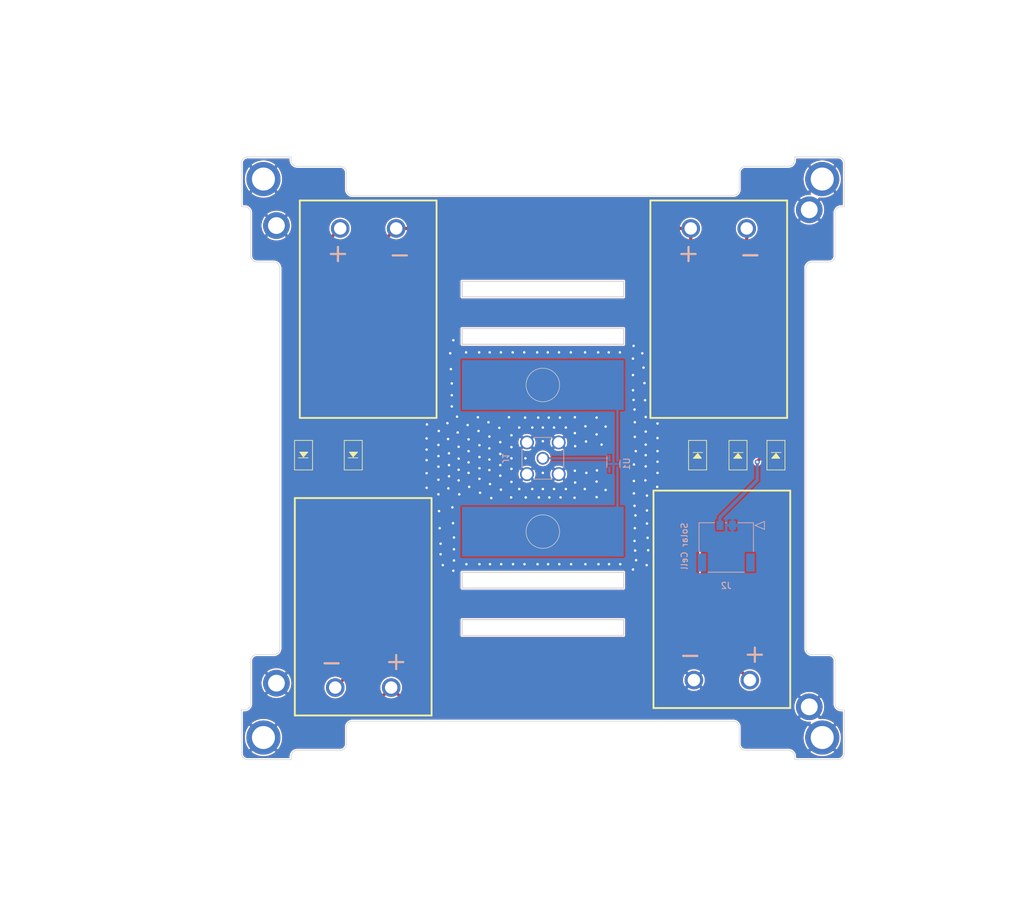
<source format=kicad_pcb>
(kicad_pcb (version 20211014) (generator pcbnew)
  (layers (0 "F.Cu" signal) (31 "B.Cu" signal) (34 "B.Paste" user) (35 "F.Paste" user) (36 "B.SilkS" user "B.Silkscreen") (37 "F.SilkS" user "F.Silkscreen") (38 "B.Mask" user) (39 "F.Mask" user) (44 "Edge.Cuts" user))
  (net 0 "")
  (net 2 "Net-(AE1-Pad1)")
  (net 3 "GND")
  (net 4 "Net-(AE1-Pad2)")
  (net 5 "Net-(J1-Pad1)")
  (net 6 "Net-(D1-Pad1)")
  (net 7 "Net-(D1-Pad2)")
  (net 8 "Net-(D2-Pad2)")
  (net 9 "Net-(D3-Pad2)")
  (net 10 "VSOLAR")
  (footprint "ISP:MountingHole_3.7mm_Pad_Modified" (layer "F.Cu") (at 163.45 143.45)
    (fp_text reference "H4")
    (fp_text value "MountingHole_Pad")
    (pad "1" thru_hole circle (at 0 0) (size 5.5 5.5) (drill 3.7) (layers *.Cu *.Mask) (net 3 "GND"))
  )
  (footprint "ISP:SM101K07TF" (layer "F.Cu") (at 89.1 122.4 -90)
    (fp_text reference "SC1")
    (fp_text value "SM101K07TF")
    (fp_text user "+" (at 8.89 -5.58 90) (layer "F.SilkS") (effects (font (size 3 3) (thickness 0.3))))
    (fp_text user "-" (at 8.89 4.58) (layer "F.SilkS") (effects (font (size 3 3) (thickness 0.3))))
    (fp_line (start -17.5 10.5) (end -17.5 -11.5) (layer "F.SilkS") (width 0.3))
    (fp_line (start 17.5 10.5) (end -17.5 10.5) (layer "F.SilkS") (width 0.3))
    (fp_line (start -17.5 -11.5) (end 17.5 -11.5) (layer "F.SilkS") (width 0.3))
    (fp_line (start 17.5 -11.5) (end 17.5 10.5) (layer "F.SilkS") (width 0.3))
    (pad "1" thru_hole circle (at 13 -5 270) (size 3 3) (drill 2) (layers *.Mask "F.Cu" "In1.Cu" "B.Cu") (net 6 "Net-(D1-Pad1)"))
    (pad "2" thru_hole circle (at 13 4 270) (size 3 3) (drill 2) (layers *.Mask "F.Cu" "In1.Cu" "B.Cu") (net 7 "Net-(D1-Pad2)"))
  )
  (footprint "ISP:SM101K07TF" (layer "F.Cu") (at 90.9 74.5 90)
    (fp_text reference "SC2")
    (fp_text value "SM101K07TF")
    (fp_text user "-" (at 8.89 4.58) (layer "F.SilkS") (effects (font (size 3 3) (thickness 0.3))))
    (fp_text user "+" (at 8.89 -5.58 90) (layer "F.SilkS") (effects (font (size 3 3) (thickness 0.3))))
    (fp_line (start 17.5 -11.5) (end 17.5 10.5) (layer "F.SilkS") (width 0.3))
    (fp_line (start -17.5 10.5) (end -17.5 -11.5) (layer "F.SilkS") (width 0.3))
    (fp_line (start -17.5 -11.5) (end 17.5 -11.5) (layer "F.SilkS") (width 0.3))
    (fp_line (start 17.5 10.5) (end -17.5 10.5) (layer "F.SilkS") (width 0.3))
    (pad "1" thru_hole circle (at 13 -5 90) (size 3 3) (drill 2) (layers *.Mask "F.Cu" "In1.Cu" "B.Cu") (net 7 "Net-(D1-Pad2)"))
    (pad "2" thru_hole circle (at 13 4 90) (size 3 3) (drill 2) (layers *.Mask "F.Cu" "In1.Cu" "B.Cu") (net 8 "Net-(D2-Pad2)"))
  )
  (footprint "ISP:SM101K07TF" (layer "F.Cu") (at 146.8 121.2 -90)
    (fp_text reference "SC4")
    (fp_text value "SM101K07TF")
    (fp_text user "+" (at 8.89 -5.58 -270) (layer "B.SilkS") (effects (font (size 3 3) (thickness 0.3)) (justify mirror)))
    (fp_text user "-" (at 8.89 4.58) (layer "F.SilkS") (effects (font (size 3 3) (thickness 0.3))))
    (fp_line (start 17.5 -11.5) (end 17.5 10.5) (layer "F.SilkS") (width 0.3))
    (fp_line (start -17.5 10.5) (end -17.5 -11.5) (layer "F.SilkS") (width 0.3))
    (fp_line (start 17.5 10.5) (end -17.5 10.5) (layer "F.SilkS") (width 0.3))
    (fp_line (start -17.5 -11.5) (end 17.5 -11.5) (layer "F.SilkS") (width 0.3))
    (pad "1" thru_hole circle (at 13 -5 270) (size 3 3) (drill 2) (layers *.Mask "F.Cu" "In1.Cu" "B.Cu") (net 9 "Net-(D3-Pad2)"))
    (pad "2" thru_hole circle (at 13 4 270) (size 3 3) (drill 2) (layers *.Mask "F.Cu" "In1.Cu" "B.Cu") (net 3 "GND"))
  )
  (footprint "ISP:DO-214AC" (layer "F.Cu") (at 156 98 -90)
    (fp_text reference "D5")
    (fp_text value "CDBA240LL-HF")
    (fp_line (start 2.375 1.45) (end 2.375 -1.45) (layer "F.SilkS") (width 0.12))
    (fp_line (start -2.375 1.45) (end 2.375 1.45) (layer "F.SilkS") (width 0.12))
    (fp_line (start -2.375 -1.45) (end 2.375 -1.45) (layer "F.SilkS") (width 0.12))
    (fp_line (start -0.4318 -0.8128) (end -0.4318 0.7366) (layer "F.SilkS") (width 0.12))
    (fp_line (start -2.375 1.45) (end -2.375 -1.45) (layer "F.SilkS") (width 0.12))
    (fp_poly (pts (xy 0.508 0.7112) (xy -0.3048 -0.0254) (xy 0.508 -0.635)) (layer "F.SilkS") (width 0.1) (fill solid))
    (pad "1" smd rect (at -2 0 270) (size 2.5 1.7) (layers "F.Cu" "F.Paste" "F.Mask") (net 10 "VSOLAR"))
    (pad "2" smd rect (at 2 0 270) (size 2.5 1.7) (layers "F.Cu" "F.Paste" "F.Mask") (net 6 "Net-(D1-Pad1)"))
  )
  (footprint "ISP:DO-214AC" (layer "F.Cu") (at 149.9 98 -90)
    (fp_text reference "D4")
    (fp_text value "CDBA240LL-HF")
    (fp_line (start -0.4318 -0.8128) (end -0.4318 0.7366) (layer "F.SilkS") (width 0.12))
    (fp_line (start -2.375 1.45) (end -2.375 -1.45) (layer "F.SilkS") (width 0.12))
    (fp_line (start 2.375 1.45) (end 2.375 -1.45) (layer "F.SilkS") (width 0.12))
    (fp_line (start -2.375 1.45) (end 2.375 1.45) (layer "F.SilkS") (width 0.12))
    (fp_line (start -2.375 -1.45) (end 2.375 -1.45) (layer "F.SilkS") (width 0.12))
    (fp_poly (pts (xy 0.508 0.7112) (xy -0.3048 -0.0254) (xy 0.508 -0.635)) (layer "F.SilkS") (width 0.1) (fill solid))
    (pad "1" smd rect (at -2 0 270) (size 2.5 1.7) (layers "F.Cu" "F.Paste" "F.Mask") (net 9 "Net-(D3-Pad2)"))
    (pad "2" smd rect (at 2 0 270) (size 2.5 1.7) (layers "F.Cu" "F.Paste" "F.Mask") (net 3 "GND"))
  )
  (footprint "MountingHole:MountingHole_2.7mm_M2.5_DIN965_Pad" (layer "F.Cu") (at 161.364 58.495)
    (fp_text reference "H6")
    (fp_text value "MountingHole_Pad")
    (pad "1" thru_hole circle (at 0 0) (size 4.3 4.3) (drill 2.7) (layers *.Cu *.Mask) (net 3 "GND"))
  )
  (footprint "ISP:DO-214AC" (layer "F.Cu") (at 143.4 98 -90)
    (fp_text reference "D3")
    (fp_text value "CDBA240LL-HF")
    (fp_line (start -2.375 1.45) (end 2.375 1.45) (layer "F.SilkS") (width 0.12))
    (fp_line (start -2.375 1.45) (end -2.375 -1.45) (layer "F.SilkS") (width 0.12))
    (fp_line (start -0.4318 -0.8128) (end -0.4318 0.7366) (layer "F.SilkS") (width 0.12))
    (fp_line (start -2.375 -1.45) (end 2.375 -1.45) (layer "F.SilkS") (width 0.12))
    (fp_line (start 2.375 1.45) (end 2.375 -1.45) (layer "F.SilkS") (width 0.12))
    (fp_poly (pts (xy 0.508 0.7112) (xy -0.3048 -0.0254) (xy 0.508 -0.635)) (layer "F.SilkS") (width 0.1) (fill solid))
    (pad "1" smd rect (at -2 0 270) (size 2.5 1.7) (layers "F.Cu" "F.Paste" "F.Mask") (net 8 "Net-(D2-Pad2)"))
    (pad "2" smd rect (at 2 0 270) (size 2.5 1.7) (layers "F.Cu" "F.Paste" "F.Mask") (net 9 "Net-(D3-Pad2)"))
  )
  (footprint "ISP:DO-214AC" (layer "F.Cu") (at 88 98 90)
    (fp_text reference "D2")
    (fp_text value "CDBA240LL-HF")
    (fp_line (start -2.375 1.45) (end 2.375 1.45) (layer "F.SilkS") (width 0.12))
    (fp_line (start -0.4318 -0.8128) (end -0.4318 0.7366) (layer "F.SilkS") (width 0.12))
    (fp_line (start -2.375 1.45) (end -2.375 -1.45) (layer "F.SilkS") (width 0.12))
    (fp_line (start 2.375 1.45) (end 2.375 -1.45) (layer "F.SilkS") (width 0.12))
    (fp_line (start -2.375 -1.45) (end 2.375 -1.45) (layer "F.SilkS") (width 0.12))
    (fp_poly (pts (xy 0.508 0.7112) (xy -0.3048 -0.0254) (xy 0.508 -0.635)) (layer "F.SilkS") (width 0.1) (fill solid))
    (pad "1" smd rect (at -2 0 90) (size 2.5 1.7) (layers "F.Cu" "F.Paste" "F.Mask") (net 7 "Net-(D1-Pad2)"))
    (pad "2" smd rect (at 2 0 90) (size 2.5 1.7) (layers "F.Cu" "F.Paste" "F.Mask") (net 8 "Net-(D2-Pad2)"))
  )
  (footprint "ISP:MountingHole_3.7mm_Pad_Modified" (layer "F.Cu") (at 73.55 53.55)
    (fp_text reference "H1")
    (fp_text value "MountingHole_Pad")
    (pad "1" thru_hole circle (at 0 0) (size 5.5 5.5) (drill 3.7) (layers *.Cu *.Mask) (net 3 "GND"))
  )
  (footprint "MountingHole:MountingHole_2.7mm_M2.5_DIN965_Pad" (layer "F.Cu") (at 161.364 138.505)
    (fp_text reference "H8")
    (fp_text value "MountingHole_Pad")
    (pad "1" thru_hole circle (at 0 0) (size 4.3 4.3) (drill 2.7) (layers *.Cu *.Mask) (net 3 "GND"))
  )
  (footprint "MountingHole:MountingHole_2.7mm_M2.5_DIN965_Pad" (layer "F.Cu") (at 75.639 134.695)
    (fp_text reference "H7")
    (fp_text value "MountingHole_Pad")
    (pad "1" thru_hole circle (at 0 0) (size 4.3 4.3) (drill 2.7) (layers *.Cu *.Mask) (net 3 "GND"))
  )
  (footprint "MountingHole:MountingHole_2.7mm_M2.5_DIN965_Pad" (layer "F.Cu") (at 75.639 61.035)
    (fp_text reference "H5")
    (fp_text value "MountingHole_Pad")
    (pad "1" thru_hole circle (at 0 0) (size 4.3 4.3) (drill 2.7) (layers *.Cu *.Mask) (net 3 "GND"))
  )
  (footprint "ISP:MountingHole_3.7mm_Pad_Modified" (layer "F.Cu") (at 73.55 143.45)
    (fp_text reference "H3")
    (fp_text value "MountingHole_Pad")
    (pad "1" thru_hole circle (at 0 0) (size 5.5 5.5) (drill 3.7) (layers *.Cu *.Mask) (net 3 "GND"))
  )
  (footprint "ISP:DO-214AC" (layer "F.Cu") (at 80 98 90)
    (fp_text reference "D1")
    (fp_text value "CDBA240LL-HF")
    (fp_line (start -2.375 1.45) (end -2.375 -1.45) (layer "F.SilkS") (width 0.12))
    (fp_line (start -2.375 1.45) (end 2.375 1.45) (layer "F.SilkS") (width 0.12))
    (fp_line (start 2.375 1.45) (end 2.375 -1.45) (layer "F.SilkS") (width 0.12))
    (fp_line (start -2.375 -1.45) (end 2.375 -1.45) (layer "F.SilkS") (width 0.12))
    (fp_line (start -0.4318 -0.8128) (end -0.4318 0.7366) (layer "F.SilkS") (width 0.12))
    (fp_poly (pts (xy 0.508 0.7112) (xy -0.3048 -0.0254) (xy 0.508 -0.635)) (layer "F.SilkS") (width 0.1) (fill solid))
    (pad "1" smd rect (at -2 0 90) (size 2.5 1.7) (layers "F.Cu" "F.Paste" "F.Mask") (net 6 "Net-(D1-Pad1)"))
    (pad "2" smd rect (at 2 0 90) (size 2.5 1.7) (layers "F.Cu" "F.Paste" "F.Mask") (net 7 "Net-(D1-Pad2)"))
  )
  (footprint "ISP:MountingHole_3.7mm_Pad_Modified" (layer "F.Cu") (at 163.45 53.55)
    (fp_text reference "H2")
    (fp_text value "MountingHole_Pad")
    (pad "1" thru_hole circle (at 0 0) (size 5.5 5.5) (drill 3.7) (layers *.Cu *.Mask) (net 3 "GND"))
  )
  (footprint "ISP:SM101K07TF" (layer "F.Cu") (at 147.3 74.5 90)
    (fp_text reference "SC3")
    (fp_text value "SM101K07TF")
    (fp_text user "+" (at 8.89 -5.58 90) (layer "F.SilkS") (effects (font (size 3 3) (thickness 0.3))))
    (fp_text user "-" (at 8.89 4.58) (layer "F.SilkS") (effects (font (size 3 3) (thickness 0.3))))
    (fp_line (start -17.5 10.5) (end -17.5 -11.5) (layer "F.SilkS") (width 0.3))
    (fp_line (start -17.5 -11.5) (end 17.5 -11.5) (layer "F.SilkS") (width 0.3))
    (fp_line (start 17.5 10.5) (end -17.5 10.5) (layer "F.SilkS") (width 0.3))
    (fp_line (start 17.5 -11.5) (end 17.5 10.5) (layer "F.SilkS") (width 0.3))
    (pad "1" thru_hole circle (at 13 -5 90) (size 3 3) (drill 2) (layers *.Mask "F.Cu" "In1.Cu" "B.Cu") (net 8 "Net-(D2-Pad2)"))
    (pad "2" thru_hole circle (at 13 4 90) (size 3 3) (drill 2) (layers *.Mask "F.Cu" "In1.Cu" "B.Cu") (net 9 "Net-(D3-Pad2)"))
  )
  (footprint "ISP:SMA_Connector" (layer "B.Cu") (at 118.5 98.5 90)
    (fp_text reference "J1" (at 0 -6 270 unlocked) (layer "B.SilkS") (effects (justify mirror)))
    (fp_text value "SMA Connector Male")
    (fp_line (start 3.355 1.45) (end 3.355 -1.45) (layer "B.SilkS") (width 0.12))
    (fp_line (start -1.45 3.355) (end 1.45 3.355) (layer "B.SilkS") (width 0.12))
    (fp_line (start -3.355 1.45) (end -3.355 -1.45) (layer "B.SilkS") (width 0.12))
    (fp_line (start -1.45 -3.355) (end 1.45 -3.355) (layer "B.SilkS") (width 0.12))
    (pad "1" thru_hole circle (at 0 0 90) (size 2.05 2.05) (drill 1.5) (layers *.Mask "F.Cu" "In1.Cu" "B.Cu") (net 5 "Net-(J1-Pad1)"))
    (pad "2" thru_hole circle (at 2.55 -2.55 90) (size 2.25 2.25) (drill 1.7) (layers *.Cu *.Mask) (net 3 "GND"))
    (pad "2" thru_hole circle (at -2.55 2.55 90) (size 2.25 2.25) (drill 1.7) (layers *.Cu *.Mask) (net 3 "GND"))
    (pad "2" thru_hole circle (at -2.55 -2.55 90) (size 2.25 2.25) (drill 1.7) (layers *.Cu *.Mask) (net 3 "GND"))
    (pad "2" thru_hole circle (at 2.55 2.55 90) (size 2.25 2.25) (drill 1.7) (layers *.Cu *.Mask) (net 3 "GND"))
  )
  (footprint "ISP:Antenna_Pads" (layer "B.Cu") (at 118.5 98.5 -90)
    (fp_text reference "AE1")
    (fp_text value "Dipole_Antenna")
    (fp_line (start 18.35 -13) (end 20.89 -13) (layer "B.SilkS") (width 0.12))
    (fp_line (start 25.97 13) (end 25.97 -13) (layer "B.SilkS") (width 0.12))
    (fp_line (start -20.89 13) (end -20.89 -13) (layer "B.SilkS") (width 0.12))
    (fp_line (start 20.89 13) (end 20.89 -13) (layer "B.SilkS") (width 0.12))
    (fp_line (start 18.35 13) (end 18.35 -13) (layer "B.SilkS") (width 0.12))
    (fp_line (start -20.89 -13) (end -18.35 -13) (layer "B.SilkS") (width 0.12))
    (fp_line (start -18.35 13) (end -18.35 -13) (layer "B.SilkS") (width 0.12))
    (fp_line (start 25.97 -13) (end 28.51 -13) (layer "B.SilkS") (width 0.12))
    (fp_line (start 28.51 13) (end 28.51 -13) (layer "B.SilkS") (width 0.12))
    (fp_line (start -28.51 -13) (end -25.97 -13) (layer "B.SilkS") (width 0.12))
    (fp_line (start -25.97 13) (end -28.51 13) (layer "B.SilkS") (width 0.12))
    (fp_line (start -18.35 13) (end -20.89 13) (layer "B.SilkS") (width 0.12))
    (fp_line (start -28.51 13) (end -28.51 -13) (layer "B.SilkS") (width 0.12))
    (fp_line (start 20.89 13) (end 18.35 13) (layer "B.SilkS") (width 0.12))
    (fp_line (start -25.97 13) (end -25.97 -13) (layer "B.SilkS") (width 0.12))
    (fp_line (start 28.51 13) (end 26.01 13) (layer "B.SilkS") (width 0.12))
    (pad "1" smd rect (at -11.8 0 270) (size 8 26) (layers "B.Cu" "B.Paste" "B.Mask") (net 2 "Net-(AE1-Pad1)"))
    (pad "1" smd rect (at -11.8 -12 270) (size 8 2) (layers "B.Cu" "B.Paste" "B.Mask") (net 2 "Net-(AE1-Pad1)"))
    (pad "2" smd rect (at 11.8 0 270) (size 8 26) (layers "B.Cu" "B.Paste" "B.Mask") (net 4 "Net-(AE1-Pad2)"))
    (pad "2" smd rect (at 11.8 -12 270) (size 8 2) (layers "B.Cu" "B.Paste" "B.Mask") (net 4 "Net-(AE1-Pad2)"))
  )
  (footprint "ISP:pico_lock_2mm_2circuit" (layer "B.Cu") (at 149 109.3)
    (fp_text reference "J2" (at -0.999998 9.7) (layer "B.SilkS") (effects (justify mirror)))
    (fp_text value "Solar Cell" (at -7.728499 3.35 90) (layer "B.SilkS") (effects (justify mirror)))
    (fp_line (start -1.129961 -0.425) (end -0.87004 -0.425) (layer "B.SilkS") (width 0.12))
    (fp_line (start 3.374992 -0.425) (end 3.374992 4.20496) (layer "B.SilkS") (width 0.12))
    (fp_line (start 3.628992 0) (end 5.152992 0.635) (layer "B.SilkS") (width 0.12))
    (fp_line (start 1.915982 7.525) (end -3.915981 7.525) (layer "B.SilkS") (width 0.12))
    (fp_line (start -5.374991 -0.425) (end -2.870041 -0.425) (layer "B.SilkS") (width 0.12))
    (fp_line (start -5.374991 4.20496) (end -5.374991 -0.425) (layer "B.SilkS") (width 0.12))
    (fp_line (start 5.152992 -0.635) (end 3.628992 0) (layer "B.SilkS") (width 0.12))
    (fp_line (start 5.152992 0.635) (end 5.152992 -0.635) (layer "B.SilkS") (width 0.12))
    (fp_line (start 0.87004 -0.425) (end 3.374992 -0.425) (layer "B.SilkS") (width 0.12))
    (pad "1" smd rect (at 0 0) (size 1.1 1.45) (layers "B.Cu" "B.Paste" "B.Mask") (net 3 "GND"))
    (pad "2" smd rect (at -2.000001 0) (size 1.1 1.45) (layers "B.Cu" "B.Paste" "B.Mask") (net 10 "VSOLAR"))
    (pad "3" smd rect (at 2.894998 5.974999) (size 1.35 2.899999) (layers "B.Cu" "B.Paste" "B.Mask"))
    (pad "4" smd rect (at -4.894997 5.974999) (size 1.35 2.899999) (layers "B.Cu" "B.Paste" "B.Mask"))
  )
  (footprint "RF_Converter:Balun_Johanson_5400BL15B050E" (layer "B.Cu") (at 129.85 99.4 -90)
    (fp_text reference "U1" (at 0 -2.15 90) (layer "B.SilkS") (effects (justify mirror)))
    (fp_text value "HHM1589D1")
    (fp_line (start -1.3 1.05) (end 0.6 1.05) (layer "B.SilkS") (width 0.12))
    (fp_line (start -0.6 -1.05) (end 0.6 -1.05) (layer "B.SilkS") (width 0.12))
    (pad "1" smd rect (at -0.9 0.65 270) (size 1 0.35) (layers "B.Cu" "B.Paste" "B.Mask") (net 5 "Net-(J1-Pad1)") (clearance 0.2))
    (pad "2" smd rect (at -0.9 0 270) (size 1 0.35) (layers "B.Cu" "B.Paste" "B.Mask") (net 3 "GND"))
    (pad "3" smd rect (at -0.9 -0.65 270) (size 1 0.35) (layers "B.Cu" "B.Paste" "B.Mask") (net 2 "Net-(AE1-Pad1)") (clearance 0.2))
    (pad "4" smd rect (at 0.9 -0.65 270) (size 1 0.35) (layers "B.Cu" "B.Paste" "B.Mask") (net 4 "Net-(AE1-Pad2)") (clearance 0.2))
    (pad "5" smd rect (at 0.9 0 270) (size 1 0.35) (layers "B.Cu" "B.Paste" "B.Mask") (net 3 "GND"))
    (pad "6" smd rect (at 0.9 0.65 270) (size 1 0.35) (layers "B.Cu" "B.Paste" "B.Mask") (clearance 0.2))
  )
  (gr_arc (start 76.2 129.1) (mid 75.907107 129.807107) (end 75.2 130.1) (layer "Edge.Cuts") (width 0.1))
  (gr_arc (start 71.5 131.1) (mid 71.792893 130.392893) (end 72.5 130.1) (layer "Edge.Cuts") (width 0.1))
  (gr_arc (start 160.8 67.9) (mid 161.092893 67.192893) (end 161.8 66.9) (layer "Edge.Cuts") (width 0.1))
  (gr_line (start 167 58) (end 167 51) (layer "Edge.Cuts") (width 0.1))
  (gr_line (start 167 58) (end 166.5 58) (layer "Edge.Cuts") (width 0.1))
  (gr_arc (start 87.9 56.2) (mid 87.192893 55.907107) (end 86.9 55.2) (layer "Edge.Cuts") (width 0.1))
  (gr_line (start 159 50) (end 166 50) (layer "Edge.Cuts") (width 0.1))
  (gr_arc (start 166.5 139) (mid 165.792893 138.707107) (end 165.5 138) (layer "Edge.Cuts") (width 0.1))
  (gr_arc (start 71 147) (mid 70.292893 146.707107) (end 70 146) (layer "Edge.Cuts") (width 0.1))
  (gr_line (start 149.1 140.8) (end 87.9 140.8) (layer "Edge.Cuts") (width 0.1))
  (gr_arc (start 167 146) (mid 166.707107 146.707107) (end 166 147) (layer "Edge.Cuts") (width 0.1))
  (gr_arc (start 78 146.5) (mid 78.292893 145.792893) (end 79 145.5) (layer "Edge.Cuts") (width 0.1))
  (gr_arc (start 158 145.5) (mid 158.707107 145.792893) (end 159 146.5) (layer "Edge.Cuts") (width 0.1))
  (gr_line (start 70 139) (end 70 146) (layer "Edge.Cuts") (width 0.1))
  (gr_arc (start 164.5 130.1) (mid 165.207107 130.392893) (end 165.5 131.1) (layer "Edge.Cuts") (width 0.1))
  (gr_line (start 70.5 58) (end 70 58) (layer "Edge.Cuts") (width 0.1))
  (gr_line (start 150.1 141.8) (end 150.1 144.5) (layer "Edge.Cuts") (width 0.1))
  (gr_line (start 87.9 56.2) (end 149.1 56.2) (layer "Edge.Cuts") (width 0.1))
  (gr_arc (start 72.5 66.9) (mid 71.792893 66.607107) (end 71.5 65.9) (layer "Edge.Cuts") (width 0.1))
  (gr_line (start 78 147) (end 71 147) (layer "Edge.Cuts") (width 0.1))
  (gr_line (start 166 147) (end 159 147) (layer "Edge.Cuts") (width 0.1))
  (gr_line (start 166.5 139) (end 167 139) (layer "Edge.Cuts") (width 0.1))
  (gr_arc (start 159 50.5) (mid 158.707107 51.207107) (end 158 51.5) (layer "Edge.Cuts") (width 0.1))
  (gr_line (start 160.8 67.9) (end 160.8 129.1) (layer "Edge.Cuts") (width 0.1))
  (gr_line (start 85.9 145.5) (end 79 145.5) (layer "Edge.Cuts") (width 0.1))
  (gr_rect (start 105.499978 124.471193) (end 131.500022 127.010701) (layer "Edge.Cuts") (width 0.1) (fill none))
  (gr_line (start 75.2 130.1) (end 72.5 130.1) (layer "Edge.Cuts") (width 0.1))
  (gr_line (start 165.5 59) (end 165.5 65.9) (layer "Edge.Cuts") (width 0.1))
  (gr_line (start 150.1 55.2) (end 150.1 52.5) (layer "Edge.Cuts") (width 0.1))
  (gr_circle (center 118.5 86.7) (end 121.2 86.7) (layer "Edge.Cuts") (width 0.1) (fill none))
  (gr_arc (start 150.1 55.2) (mid 149.807107 55.907107) (end 149.1 56.2) (layer "Edge.Cuts") (width 0.1))
  (gr_line (start 86.9 141.8) (end 86.9 144.5) (layer "Edge.Cuts") (width 0.1))
  (gr_rect (start 105.5 69.989778) (end 131.499999 72.527384) (layer "Edge.Cuts") (width 0.1) (fill none))
  (gr_line (start 158 145.5) (end 151.1 145.5) (layer "Edge.Cuts") (width 0.1))
  (gr_arc (start 86.9 141.8) (mid 87.192893 141.092893) (end 87.9 140.8) (layer "Edge.Cuts") (width 0.1))
  (gr_rect (start 105.499582 116.850365) (end 131.499626 119.389873) (layer "Edge.Cuts") (width 0.1) (fill none))
  (gr_line (start 75.2 66.9) (end 72.5 66.9) (layer "Edge.Cuts") (width 0.1))
  (gr_rect (start 105.5 80.15) (end 131.50113 77.611303) (layer "Edge.Cuts") (width 0.1) (fill none))
  (gr_arc (start 79 51.5) (mid 78.292893 51.207107) (end 78 50.5) (layer "Edge.Cuts") (width 0.1))
  (gr_line (start 161.8 130.1) (end 164.5 130.1) (layer "Edge.Cuts") (width 0.1))
  (gr_arc (start 166 50) (mid 166.707107 50.292893) (end 167 51) (layer "Edge.Cuts") (width 0.1))
  (gr_line (start 79 51.5) (end 85.9 51.5) (layer "Edge.Cuts") (width 0.1))
  (gr_line (start 71.5 131.1) (end 71.5 138) (layer "Edge.Cuts") (width 0.1))
  (gr_line (start 161.8 66.9) (end 164.5 66.9) (layer "Edge.Cuts") (width 0.1))
  (gr_line (start 159 50) (end 159 50.5) (layer "Edge.Cuts") (width 0.1))
  (gr_arc (start 86.9 144.5) (mid 86.607107 145.207107) (end 85.9 145.5) (layer "Edge.Cuts") (width 0.1))
  (gr_line (start 78 50.5) (end 78 50) (layer "Edge.Cuts") (width 0.1))
  (gr_circle (center 118.5 110.3) (end 121.2 110.3) (layer "Edge.Cuts") (width 0.1) (fill none))
  (gr_line (start 70 139) (end 70.5 139) (layer "Edge.Cuts") (width 0.1))
  (gr_arc (start 70.5 58) (mid 71.207107 58.292893) (end 71.5 59) (layer "Edge.Cuts") (width 0.1))
  (gr_arc (start 161.8 130.1) (mid 161.092893 129.807107) (end 160.8 129.1) (layer "Edge.Cuts") (width 0.1))
  (gr_arc (start 165.5 59) (mid 165.792893 58.292893) (end 166.5 58) (layer "Edge.Cuts") (width 0.1))
  (gr_line (start 76.2 129.1) (end 76.2 67.9) (layer "Edge.Cuts") (width 0.1))
  (gr_line (start 86.9 55.2) (end 86.9 52.5) (layer "Edge.Cuts") (width 0.1))
  (gr_line (start 70 51) (end 70 58) (layer "Edge.Cuts") (width 0.1))
  (gr_line (start 158 51.5) (end 151.1 51.5) (layer "Edge.Cuts") (width 0.1))
  (gr_line (start 71.5 59) (end 71.5 65.9) (layer "Edge.Cuts") (width 0.1))
  (gr_arc (start 85.9 51.5) (mid 86.607107 51.792893) (end 86.9 52.5) (layer "Edge.Cuts") (width 0.1))
  (gr_arc (start 165.5 65.9) (mid 165.207107 66.607107) (end 164.5 66.9) (layer "Edge.Cuts") (width 0.1))
  (gr_arc (start 149.1 140.8) (mid 149.807107 141.092893) (end 150.1 141.8) (layer "Edge.Cuts") (width 0.1))
  (gr_line (start 159 146.5) (end 159 147) (layer "Edge.Cuts") (width 0.1))
  (gr_arc (start 71.5 138) (mid 71.207107 138.707107) (end 70.5 139) (layer "Edge.Cuts") (width 0.1))
  (gr_arc (start 151.1 145.5) (mid 150.392893 145.207107) (end 150.1 144.5) (layer "Edge.Cuts") (width 0.1))
  (gr_arc (start 150.1 52.5) (mid 150.392893 51.792893) (end 151.1 51.5) (layer "Edge.Cuts") (width 0.1))
  (gr_line (start 165.5 131.1) (end 165.5 138) (layer "Edge.Cuts") (width 0.1))
  (gr_arc (start 70 51) (mid 70.292893 50.292893) (end 71 50) (layer "Edge.Cuts") (width 0.1))
  (gr_line (start 78 50) (end 71 50) (layer "Edge.Cuts") (width 0.1))
  (gr_line (start 167 139) (end 167 146) (layer "Edge.Cuts") (width 0.1))
  (gr_arc (start 75.2 66.9) (mid 75.907107 67.192893) (end 76.2 67.9) (layer "Edge.Cuts") (width 0.1))
  (gr_line (start 78 147) (end 78 146.5) (layer "Edge.Cuts") (width 0.1))
  (gr_text "-" (at 142.2 130.5 -180) (layer "B.SilkS") (effects (font (size 3 3) (thickness 0.3)) (justify mirror)))
  (gr_text "+" (at 85.5 65.4) (layer "B.SilkS") (effects (font (size 3 3) (thickness 0.3)) (justify mirror)))
  (gr_text "-" (at 95.5 66.1 -180) (layer "B.SilkS") (effects (font (size 3 3) (thickness 0.3)) (justify mirror)))
  (gr_text "-" (at 84.5 131.7 -180) (layer "B.SilkS") (effects (font (size 3 3) (thickness 0.3)) (justify mirror)))
  (gr_text "+" (at 94.9 131.1) (layer "B.SilkS") (effects (font (size 3 3) (thickness 0.3)) (justify mirror)))
  (gr_text "+" (at 141.9 65.4) (layer "B.SilkS") (effects (font (size 3 3) (thickness 0.3)) (justify mirror)))
  (gr_text "-" (at 151.9 66 -180) (layer "B.SilkS") (effects (font (size 3 3) (thickness 0.3)) (justify mirror)))
  (gr_text "+" (at 152.6 129.9) (layer "F.SilkS") (effects (font (size 3 3) (thickness 0.3))))
  (segment (start 130.5 86.7) (end 130.5 98.5) (width 0.35) (layer "B.Cu") (net 2))
  (via (at 136.95 95.25) (size 0.8) (drill 0.4) (layers "F.Cu" "B.Cu") (net 3))
  (via (at 127.95 96.3) (size 0.8) (drill 0.4) (layers "F.Cu" "B.Cu") (net 3))
  (via (at 127.15 91.95) (size 0.8) (drill 0.4) (layers "F.Cu" "B.Cu") (net 3))
  (via (at 119.3 81.45) (size 0.8) (drill 0.4) (layers "F.Cu" "B.Cu") (net 3))
  (via (at 104.05 108.95) (size 0.8) (drill 0.4) (layers "F.Cu" "B.Cu") (net 3))
  (via (at 133.15 102.15) (size 0.8) (drill 0.4) (layers "F.Cu" "B.Cu") (net 3))
  (via (at 129.1 81.45) (size 0.8) (drill 0.4) (layers "F.Cu" "B.Cu") (net 3))
  (via (at 125.35 93.35) (size 0.8) (drill 0.4) (layers "F.Cu" "B.Cu") (net 3))
  (via (at 133.3 95.05) (size 0.8) (drill 0.4) (layers "F.Cu" "B.Cu") (net 3))
  (via (at 102.4 115.7) (size 0.8) (drill 0.4) (layers "F.Cu" "B.Cu") (net 3))
  (via (at 102.05 113.95) (size 0.8) (drill 0.4) (layers "F.Cu" "B.Cu") (net 3))
  (via (at 101.7 104.3) (size 0.8) (drill 0.4) (layers "F.Cu" "B.Cu") (net 3))
  (via (at 127.2 100.45) (size 0.8) (drill 0.4) (layers "F.Cu" "B.Cu") (net 3))
  (via (at 111.65 99.6) (size 0.8) (drill 0.4) (layers "F.Cu" "B.Cu") (net 3))
  (via (at 123.65 100.5) (size 0.8) (drill 0.4) (layers "F.Cu" "B.Cu") (net 3))
  (via (at 133.45 97.35) (size 0.8) (drill 0.4) (layers "F.Cu" "B.Cu") (net 3))
  (via (at 110 115.55) (size 0.8) (drill 0.4) (layers "F.Cu" "B.Cu") (net 3))
  (via (at 135.25 106.9) (size 0.8) (drill 0.4) (layers "F.Cu" "B.Cu") (net 3))
  (via (at 115.65 91.95) (size 0.8) (drill 0.4) (layers "F.Cu" "B.Cu") (net 3))
  (via (at 113.7 115.55) (size 0.8) (drill 0.4) (layers "F.Cu" "B.Cu") (net 3))
  (via (at 104.95 100.35) (size 0.8) (drill 0.4) (layers "F.Cu" "B.Cu") (net 3))
  (via (at 104.95 96.65) (size 0.8) (drill 0.4) (layers "F.Cu" "B.Cu") (net 3))
  (via (at 104.2 114.95) (size 0.8) (drill 0.4) (layers "F.Cu" "B.Cu") (net 3))
  (via (at 108.05 91.9) (size 0.8) (drill 0.4) (layers "F.Cu" "B.Cu") (net 3))
  (via (at 108.3 98.3) (size 0.8) (drill 0.4) (layers "F.Cu" "B.Cu") (net 3))
  (via (at 103.85 86.45) (size 0.8) (drill 0.4) (layers "F.Cu" "B.Cu") (net 3))
  (via (at 120.3 93.55) (size 0.8) (drill 0.4) (layers "F.Cu" "B.Cu") (net 3))
  (via (at 113.45 102.3) (size 0.8) (drill 0.4) (layers "F.Cu" "B.Cu") (net 3))
  (via (at 113.45 98.5) (size 0.8) (drill 0.4) (layers "F.Cu" "B.Cu") (net 3))
  (via (at 108.3 101.8) (size 0.8) (drill 0.4) (layers "F.Cu" "B.Cu") (net 3))
  (via (at 103.95 106.4) (size 0.8) (drill 0.4) (layers "F.Cu" "B.Cu") (net 3))
  (via (at 133.3 109.75) (size 0.8) (drill 0.4) (layers "F.Cu" "B.Cu") (net 3))
  (via (at 133.35 113.35) (size 0.8) (drill 0.4) (layers "F.Cu" "B.Cu") (net 3))
  (via (at 119.45 91.95) (size 0.8) (drill 0.4) (layers "F.Cu" "B.Cu") (net 3))
  (via (at 127.45 115.55) (size 0.8) (drill 0.4) (layers "F.Cu" "B.Cu") (net 3))
  (via (at 121.15 115.55) (size 0.8) (drill 0.4) (layers "F.Cu" "B.Cu") (net 3))
  (via (at 117.75 91.95) (size 0.8) (drill 0.4) (layers "F.Cu" "B.Cu") (net 3))
  (via (at 108.15 94.1) (size 0.8) (drill 0.4) (layers "F.Cu" "B.Cu") (net 3))
  (via (at 133 87.55) (size 0.8) (drill 0.4) (layers "F.Cu" "B.Cu") (net 3))
  (via (at 136.9 103.1) (size 0.8) (drill 0.4) (layers "F.Cu" "B.Cu") (net 3))
  (via (at 108.4 104.05) (size 0.8) (drill 0.4) (layers "F.Cu" "B.Cu") (net 3))
  (via (at 106.65 103.1) (size 0.8) (drill 0.4) (layers "F.Cu" "B.Cu") (net 3))
  (via (at 128.6 103.6) (size 0.8) (drill 0.4) (layers "F.Cu" "B.Cu") (net 3))
  (via (at 114.7 103.45) (size 0.8) (drill 0.4) (layers "F.Cu" "B.Cu") (net 3))
  (via (at 104.8 94.35) (size 0.8) (drill 0.4) (layers "F.Cu" "B.Cu") (net 3))
  (via (at 117.65 115.55) (size 0.8) (drill 0.4) (layers "F.Cu" "B.Cu") (net 3))
  (via (at 123.7 96.55) (size 0.8) (drill 0.4) (layers "F.Cu" "B.Cu") (net 3))
  (via (at 104.95 102.05) (size 0.8) (drill 0.4) (layers "F.Cu" "B.Cu") (net 3))
  (via (at 99.8 103.25) (size 0.8) (drill 0.4) (layers "F.Cu" "B.Cu") (net 3))
  (via (at 103.4 101.4) (size 0.8) (drill 0.4) (layers "F.Cu" "B.Cu") (net 3))
  (via (at 111.5 93.6) (size 0.8) (drill 0.4) (layers "F.Cu" "B.Cu") (net 3))
  (via (at 125.35 115.55) (size 0.8) (drill 0.4) (layers "F.Cu" "B.Cu") (net 3))
  (via (at 133.25 111.8) (size 0.8) (drill 0.4) (layers "F.Cu" "B.Cu") (net 3))
  (via (at 101.7 96.35) (size 0.8) (drill 0.4) (layers "F.Cu" "B.Cu") (net 3))
  (via (at 135.45 113.3) (size 0.8) (drill 0.4) (layers "F.Cu" "B.Cu") (net 3))
  (via (at 109.9 95) (size 0.8) (drill 0.4) (layers "F.Cu" "B.Cu") (net 3))
  (via (at 104.2 113.15) (size 0.8) (drill 0.4) (layers "F.Cu" "B.Cu") (net 3))
  (via (at 108.3 115.55) (size 0.8) (drill 0.4) (layers "F.Cu" "B.Cu") (net 3))
  (via (at 103.6 81.6) (size 0.8) (drill 0.4) (layers "F.Cu" "B.Cu") (net 3))
  (via (at 99.85 93.05) (size 0.8) (drill 0.4) (layers "F.Cu" "B.Cu") (net 3))
  (via (at 125.25 103.45) (size 0.8) (drill 0.4) (layers "F.Cu" "B.Cu") (net 3))
  (via (at 123.65 94.45) (size 0.8) (drill 0.4) (layers "F.Cu" "B.Cu") (net 3))
  (via (at 130.95 115.55) (size 0.8) (drill 0.4) (layers "F.Cu" "B.Cu") (net 3))
  (via (at 106.2 115.55) (size 0.8) (drill 0.4) (layers "F.Cu" "B.Cu") (net 3))
  (via (at 118.5 93.55) (size 0.8) (drill 0.4) (layers "F.Cu" "B.Cu") (net 3))
  (via (at 102.05 112.25) (size 0.8) (drill 0.4) (layers "F.Cu" "B.Cu") (net 3))
  (via (at 108.3 96.4) (size 0.8) (drill 0.4) (layers "F.Cu" "B.Cu") (net 3))
  (via (at 136.95 92.9) (size 0.8) (drill 0.4) (layers "F.Cu" "B.Cu") (net 3))
  (via (at 104.95 98.55) (size 0.8) (drill 0.4) (layers "F.Cu" "B.Cu") (net 3))
  (via (at 114.7 93.55) (size 0.8) (drill 0.4) (layers "F.Cu" "B.Cu") (net 3))
  (via (at 135.05 94.2) (size 0.8) (drill 0.4) (layers "F.Cu" "B.Cu") (net 3))
  (via (at 118.5 95.75) (size 0.8) (drill 0.4) (layers "F.Cu" "B.Cu") (net 3))
  (via (at 133.1 80.4) (size 0.8) (drill 0.4) (layers "F.Cu" "B.Cu") (net 3))
  (via (at 121.1 81.45) (size 0.8) (drill 0.4) (layers "F.Cu" "B.Cu") (net 3))
  (via (at 135.25 109) (size 0.8) (drill 0.4) (layers "F.Cu" "B.Cu") (net 3))
  (via (at 104.7 91.8) (size 0.8) (drill 0.4) (layers "F.Cu" "B.Cu") (net 3))
  (via (at 109.95 81.45) (size 0.8) (drill 0.4) (layers "F.Cu" "B.Cu") (net 3))
  (via (at 110 102.65) (size 0.8) (drill 0.4) (layers "F.Cu" "B.Cu") (net 3))
  (via (at 109.9 96.9) (size 0.8) (drill 0.4) (layers "F.Cu" "B.Cu") (net 3))
  (via (at 123.7 102.4) (size 0.8) (drill 0.4) (layers "F.Cu" "B.Cu") (net 3))
  (via (at 123.6 104.85) (size 0.8) (drill 0.4) (layers "F.Cu" "B.Cu") (net 3))
  (via (at 109.75 92.7) (size 0.8) (drill 0.4) (layers "F.Cu" "B.Cu") (net 3))
  (via (at 133.3 92.7) (size 0.8) (drill 0.4) (layers "F.Cu" "B.Cu") (net 3))
  (via (at 111.75 81.45) (size 0.8) (drill 0.4) (layers "F.Cu" "B.Cu") (net 3))
  (via (at 111.75 103.55) (size 0.8) (drill 0.4) (layers "F.Cu" "B.Cu") (net 3))
  (via (at 113.05 91.9) (size 0.8) (drill 0.4) (layers "F.Cu" "B.Cu") (net 3))
  (via (at 104.2 111.25) (size 0.8) (drill 0.4) (layers "F.Cu" "B.Cu") (net 3))
  (via (at 115.75 104.8) (size 0.8) (drill 0.4) (layers "F.Cu" "B.Cu") (net 3))
  (via (at 120.3 103.45) (size 0.8) (drill 0.4) (layers "F.Cu" "B.Cu") (net 3))
  (via (at 113.4 104.8) (size 0.8) (drill 0.4) (layers "F.Cu" "B.Cu") (net 3))
  (via (at 133.15 104.15) (size 0.8) (drill 0.4) (layers "F.Cu" "B.Cu") (net 3))
  (via (at 106.15 81.45) (size 0.8) (drill 0.4) (layers "F.Cu" "B.Cu") (net 3))
  (via (at 106.55 95.45) (size 0.8) (drill 0.4) (layers "F.Cu" "B.Cu") (net 3))
  (via (at 106.55 97.35) (size 0.8) (drill 0.4) (layers "F.Cu" "B.Cu") (net 3))
  (via (at 113.45 100.2) (size 0.8) (drill 0.4) (layers "F.Cu" "B.Cu") (net 3))
  (via (at 134.85 86.4) (size 0.8) (drill 0.4) (layers "F.Cu" "B.Cu") (net 3))
  (via (at 127.15 102.25) (size 0.8) (drill 0.4) (layers "F.Cu" "B.Cu") (net 3))
  (via (at 103.25 95.4) (size 0.8) (drill 0.4) (layers "F.Cu" "B.Cu") (net 3))
  (via (at 133.4 107.7) (size 0.8) (drill 0.4) (layers "F.Cu" "B.Cu") (net 3))
  (via (at 135.05 99.8) (size 0.8) (drill 0.4) (layers "F.Cu" "B.Cu") (net 3))
  (via (at 101.75 94.1) (size 0.8) (drill 0.4) (layers "F.Cu" "B.Cu") (net 3))
  (via (at 136.95 99.05) (size 0.8) (drill 0.4) (layers "F.Cu" "B.Cu") (net 3))
  (via (at 133.25 90.65) (size 0.8) (drill 0.4) (layers "F.Cu" "B.Cu") (net 3))
  (via (at 135 102.05) (size 0.8) (drill 0.4) (layers "F.Cu" "B.Cu") (net 3))
  (via (at 127.15 94.65) (size 0.8) (drill 0.4) (layers "F.Cu" "B.Cu") (net 3))
  (via (at 109.9 98.7) (size 0.8) (drill 0.4) (layers "F.Cu" "B.Cu") (net 3))
  (via (at 113.45 96.7) (size 0.8) (drill 0.4) (layers "F.Cu" "B.Cu") (net 3))
  (via (at 108.25 81.45) (size 0.8) (drill 0.4) (layers "F.Cu" "B.Cu") (net 3))
  (via (at 136.95 100.85) (size 0.8) (drill 0.4) (layers "F.Cu" "B.Cu") (net 3))
  (via (at 104.1 116.6) (size 0.8) (drill 0.4) (layers "F.Cu" "B.Cu") (net 3))
  (via (at 103.3 103.35) (size 0.8) (drill 0.4) (layers "F.Cu" "B.Cu") (net 3))
  (via (at 113.45 94.8) (size 0.8) (drill 0.4) (layers "F.Cu" "B.Cu") (net 3))
  (via (at 121.35 104.8) (size 0.8) (drill 0.4) (layers "F.Cu" "B.Cu") (net 3))
  (via (at 111.65 101.3) (size 0.8) (drill 0.4) (layers "F.Cu" "B.Cu") (net 3))
  (via (at 128.6 93.4) (size 0.8) (drill 0.4) (layers "F.Cu" "B.Cu") (net 3))
  (via (at 135.05 96.3) (size 0.8) (drill 0.4) (layers "F.Cu" "B.Cu") (net 3))
  (via (at 133 116.4) (size 0.8) (drill 0.4) (layers "F.Cu" "B.Cu") (net 3))
  (via (at 106.55 100.85) (size 0.8) (drill 0.4) (layers "F.Cu" "B.Cu") (net 3))
  (via (at 111.8 115.55) (size 0.8) (drill 0.4) (layers "F.Cu" "B.Cu") (net 3))
  (via (at 125.45 95.8) (size 0.8) (drill 0.4) (layers "F.Cu" "B.Cu") (net 3))
  (via (at 123 81.45) (size 0.8) (drill 0.4) (layers "F.Cu" "B.Cu") (net 3))
  (via (at 113.65 81.45) (size 0.8) (drill 0.4) (layers "F.Cu" "B.Cu") (net 3))
  (via (at 104.1 79.5) (size 0.8) (drill 0.4) (layers "F.Cu" "B.Cu") (net 3))
  (via (at 122.2 103.45) (size 0.8) (drill 0.4) (layers "F.Cu" "B.Cu") (net 3))
  (via (at 105.05 104.3) (size 0.8) (drill 0.4) (layers "F.Cu" "B.Cu") (net 3))
  (via (at 116.8 103.45) (size 0.8) (drill 0.4) (layers "F.Cu" "B.Cu") (net 3))
  (via (at 119.35 115.55) (size 0.8) (drill 0.4) (layers "F.Cu" "B.Cu") (net 3))
  (via (at 106.55 99.15) (size 0.8) (drill 0.4) (layers "F.Cu" "B.Cu") (net 3))
  (via (at 135.35 111.3) (size 0.8) (drill 0.4) (layers "F.Cu" "B.Cu") (net 3))
  (via (at 119.55 104.8) (size 0.8) (drill 0.4) (layers "F.Cu" "B.Cu") (net 3))
  (via (at 118.5 100.85) (size 0.8) (drill 0.4) (layers "F.Cu" "B.Cu") (net 3))
  (via (at 101.8 107) (size 0.8) (drill 0.4) (layers "F.Cu" "B.Cu") (net 3))
  (via (at 130.9 81.45) (size 0.8) (drill 0.4) (layers "F.Cu" "B.Cu") (net 3))
  (via (at 99.8 98.8) (size 0.8) (drill 0.4) (layers "F.Cu" "B.Cu") (net 3))
  (via (at 101.9 109.75) (size 0.8) (drill 0.4) (layers "F.Cu" "B.Cu") (net 3))
  (via (at 99.8 95.3) (size 0.8) (drill 0.4) (layers "F.Cu" "B.Cu") (net 3))
  (via (at 134.7 83.9) (size 0.8) (drill 0.4) (layers "F.Cu" "B.Cu") (net 3))
  (via (at 136.95 97.35) (size 0.8) (drill 0.4) (layers "F.Cu" "B.Cu") (net 3))
  (via (at 133.5 114.9) (size 0.8) (drill 0.4) (layers "F.Cu" "B.Cu") (net 3))
  (via (at 111.65 95.9) (size 0.8) (drill 0.4) (layers "F.Cu" "B.Cu") (net 3))
  (via (at 123.65 91.9) (size 0.8) (drill 0.4) (layers "F.Cu" "B.Cu") (net 3))
  (via (at 133.1 89.1) (size 0.8) (drill 0.4) (layers "F.Cu" "B.Cu") (net 3))
  (via (at 103.85 90.15) (size 0.8) (drill 0.4) (layers "F.Cu" "B.Cu") (net 3))
  (via (at 103.4 99.6) (size 0.8) (drill 0.4) (layers "F.Cu" "B.Cu") (net 3))
  (via (at 133 82.45) (size 0.8) (drill 0.4) (layers "F.Cu" "B.Cu") (net 3))
  (via (at 108.3 100.1) (size 0.8) (drill 0.4) (layers "F.Cu" "B.Cu") (net 3))
  (via (at 109.9 100.4) (size 0.8) (drill 0.4) (layers "F.Cu" "B.Cu") (net 3))
  (via (at 103.85 88.35) (size 0.8) (drill 0.4) (layers "F.Cu" "B.Cu") (net 3))
  (via (at 127.15 104.75) (size 0.8) (drill 0.4) (layers "F.Cu" "B.Cu") (net 3))
  (via (at 135.05 98) (size 0.8) (drill 0.4) (layers "F.Cu" "B.Cu") (net 3))
  (via (at 127.4 81.45) (size 0.8) (drill 0.4) (layers "F.Cu" "B.Cu") (net 3))
  (via (at 103.7 84.15) (size 0.8) (drill 0.4) (layers "F.Cu" "B.Cu") (net 3))
  (via (at 99.8 97.1) (size 0.8) (drill 0.4) (layers "F.Cu" "B.Cu") (net 3))
  (via (at 101.7 99.85) (size 0.8) (drill 0.4) (layers "F.Cu" "B.Cu") (net 3))
  (via (at 101.7 98.15) (size 0.8) (drill 0.4) (layers "F.Cu" "B.Cu") (net 3))
  (via (at 115.5 81.45) (size 0.8) (drill 0.4) (layers "F.Cu" "B.Cu") (net 3))
  (via (at 99.8 100.9) (size 0.8) (drill 0.4) (layers "F.Cu" "B.Cu") (net 3))
  (via (at 101.7 101.95) (size 0.8) (drill 0.4) (layers "F.Cu" "B.Cu") (net 3))
  (via (at 115.7 98.5) (size 0.8) (drill 0.4) (layers "F.Cu" "B.Cu") (net 3))
  (via (at 134.95 89.15) (size 0.8) (drill 0.4) (layers "F.Cu" "B.Cu") (net 3))
  (via (at 125.5 100.85) (size 0.8) (drill 0.4) (layers "F.Cu" "B.Cu") (net 3))
  (via (at 106.4 93.15) (size 0.8) (drill 0.4) (layers "F.Cu" "B.Cu") (net 3))
  (via (at 133.15 99.5) (size 0.8) (drill 0.4) (layers "F.Cu" "B.Cu") (net 3))
  (via (at 134.5 81.6) (size 0.8) (drill 0.4) (layers "F.Cu" "B.Cu") (net 3))
  (via (at 103.15 92.85) (size 0.8) (drill 0.4) (layers "F.Cu" "B.Cu") (net 3))
  (via (at 133 85.1) (size 0.8) (drill 0.4) (layers "F.Cu" "B.Cu") (net 3))
  (via (at 129.15 115.55) (size 0.8) (drill 0.4) (layers "F.Cu" "B.Cu") (net 3))
  (via (at 117.6 81.45) (size 0.8) (drill 0.4) (layers "F.Cu" "B.Cu") (net 3))
  (via (at 118.5 103.45) (size 0.8) (drill 0.4) (layers "F.Cu" "B.Cu") (net 3))
  (via (at 116.8 93.55) (size 0.8) (drill 0.4) (layers "F.Cu" "B.Cu") (net 3))
  (via (at 103.4 97.7) (size 0.8) (drill 0.4) (layers "F.Cu" "B.Cu") (net 3))
  (via (at 117.85 104.8) (size 0.8) (drill 0.4) (layers "F.Cu" "B.Cu") (net 3))
  (via (at 133.25 106.15) (size 0.8) (drill 0.4) (layers "F.Cu" "B.Cu") (net 3))
  (via (at 125.3 81.45) (size 0.8) (drill 0.4) (layers "F.Cu" "B.Cu") (net 3))
  (via (at 122.2 93.55) (size 0.8) (drill 0.4) (layers "F.Cu" "B.Cu") (net 3))
  (via (at 135.2 115.7) (size 0.8) (drill 0.4) (layers "F.Cu" "B.Cu") (net 3))
  (via (at 110.2 104.9) (size 0.8) (drill 0.4) (layers "F.Cu" "B.Cu") (net 3))
  (via (at 123.05 115.55) (size 0.8) (drill 0.4) (layers "F.Cu" "B.Cu") (net 3))
  (via (at 115.55 115.55) (size 0.8) (drill 0.4) (layers "F.Cu" "B.Cu") (net 3))
  (via (at 111.65 97.8) (size 0.8) (drill 0.4) (layers "F.Cu" "B.Cu") (net 3))
  (via (at 135.25 104.5) (size 0.8) (drill 0.4) (layers "F.Cu" "B.Cu") (net 3))
  (via (at 135.05 91.85) (size 0.8) (drill 0.4) (layers "F.Cu" "B.Cu") (net 3))
  (via (at 121.25 91.95) (size 0.8) (drill 0.4) (layers "F.Cu" "B.Cu") (net 3))
  (segment (start 130.5 100.3) (end 130.5 110.3) (width 0.35) (layer "B.Cu") (net 4))
  (segment (start 129.2 98.5) (end 118.5 98.5) (width 0.35) (layer "B.Cu") (net 5))
  (segment (start 84 138.7) (end 90.8 138.7) (width 0.5) (layer "F.Cu") (net 6))
  (segment (start 80 134.7) (end 84 138.7) (width 0.5) (layer "F.Cu") (net 6))
  (segment (start 153.4 138.5) (end 156 135.9) (width 0.5) (layer "F.Cu") (net 6))
  (segment (start 156 135.9) (end 156 100) (width 0.5) (layer "F.Cu") (net 6))
  (segment (start 90.8 138.7) (end 94.1 135.4) (width 0.5) (layer "F.Cu") (net 6))
  (segment (start 97.2 138.5) (end 153.4 138.5) (width 0.5) (layer "F.Cu") (net 6))
  (segment (start 80 100) (end 80 134.7) (width 0.5) (layer "F.Cu") (net 6))
  (segment (start 94.1 135.4) (end 97.2 138.5) (width 0.5) (layer "F.Cu") (net 6))
  (segment (start 88 132.5) (end 85.1 135.4) (width 0.5) (layer "F.Cu") (net 7))
  (segment (start 88 100) (end 88 132.5) (width 0.5) (layer "F.Cu") (net 7))
  (segment (start 84 100) (end 88 100) (width 0.5) (layer "F.Cu") (net 7))
  (segment (start 85.9 61.5) (end 80 67.4) (width 0.5) (layer "F.Cu") (net 7))
  (segment (start 80 67.4) (end 80 96) (width 0.5) (layer "F.Cu") (net 7))
  (segment (start 80 96) (end 84 100) (width 0.5) (layer "F.Cu") (net 7))
  (segment (start 88 68.4) (end 94.9 61.5) (width 0.5) (layer "F.Cu") (net 8))
  (segment (start 88 96) (end 88 68.4) (width 0.5) (layer "F.Cu") (net 8))
  (segment (start 142.3 61.5) (end 142.3 94.9) (width 0.5) (layer "F.Cu") (net 8))
  (segment (start 94.9 61.5) (end 142.3 61.5) (width 0.5) (layer "F.Cu") (net 8))
  (segment (start 142.3 94.9) (end 143.4 96) (width 0.5) (layer "F.Cu") (net 8))
  (segment (start 143.4 100) (end 143.4 125.8) (width 0.5) (layer "F.Cu") (net 9))
  (segment (start 147.4 96) (end 143.4 100) (width 0.5) (layer "F.Cu") (net 9))
  (segment (start 143.4 125.8) (end 151.8 134.2) (width 0.5) (layer "F.Cu") (net 9))
  (segment (start 151.3 94.6) (end 149.9 96) (width 0.5) (layer "F.Cu") (net 9))
  (segment (start 149.9 96) (end 147.4 96) (width 0.5) (layer "F.Cu") (net 9))
  (segment (start 151.3 61.5) (end 151.3 94.6) (width 0.5) (layer "F.Cu") (net 9))
  (segment (start 153 99.1) (end 153 99) (width 0.5) (layer "F.Cu") (net 10))
  (segment (start 153 99) (end 156 96) (width 0.5) (layer "F.Cu") (net 10))
  (via (at 153 99.1) (size 0.8) (drill 0.4) (layers "F.Cu" "B.Cu") (net 10))
  (segment (start 146.999999 109.3) (end 146.999999 108.000001) (width 0.5) (layer "B.Cu") (net 10))
  (segment (start 146.999999 108.000001) (end 153 102) (width 0.5) (layer "B.Cu") (net 10))
  (segment (start 153 102) (end 153 99.1) (width 0.5) (layer "B.Cu") (net 10))
  (zone (net 3) (net_name "GND") (layers F&B.Cu) (connect_pads (clearance 0.254)) (min_thickness 0.2032) (fill yes (thermal_gap 0.254) (thermal_bridge_width 0.508))
    (polygon (pts (xy 168.8 47) (xy 168.8 150.05) (xy 67.7 150.05) (xy 67.7 46.85)))
  )
)
</source>
